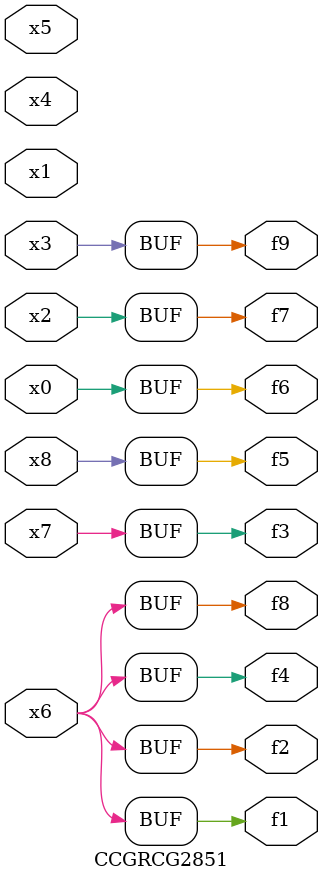
<source format=v>
module CCGRCG2851(
	input x0, x1, x2, x3, x4, x5, x6, x7, x8,
	output f1, f2, f3, f4, f5, f6, f7, f8, f9
);
	assign f1 = x6;
	assign f2 = x6;
	assign f3 = x7;
	assign f4 = x6;
	assign f5 = x8;
	assign f6 = x0;
	assign f7 = x2;
	assign f8 = x6;
	assign f9 = x3;
endmodule

</source>
